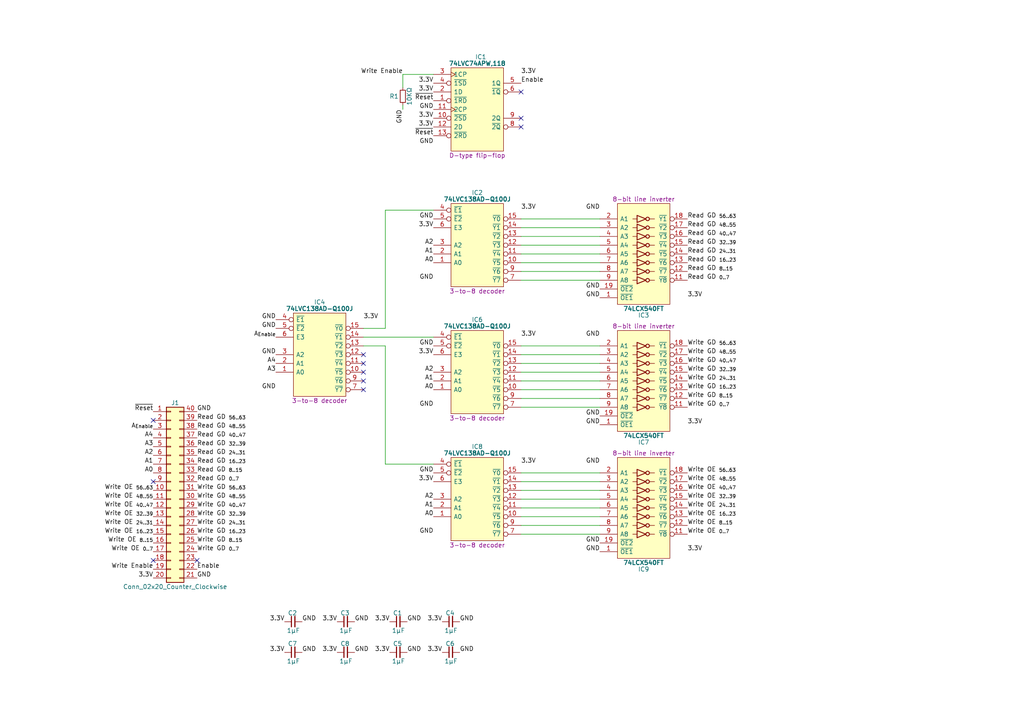
<source format=kicad_sch>
(kicad_sch (version 20231120) (generator "eeschema") (generator_version "8.0")
  (paper "A4")
  (lib_symbols
    (symbol "Connector_Generic:Conn_02x20_Counter_Clockwise" (pin_names (offset 1.016) hide)
      (property "Reference" "J" (at 1.27 25.4 0))
      (property "Value" "Conn_02x20_Counter_Clockwise" (at 1.27 -27.94 0))
      (symbol "Conn_02x20_Counter_Clockwise_1_1"
        (rectangle (start -1.27 -25.273) (end 0 -25.527) (stroke (width 0.1524)))
        (rectangle (start -1.27 -22.733) (end 0 -22.987) (stroke (width 0.1524)))
        (rectangle (start -1.27 -20.193) (end 0 -20.447) (stroke (width 0.1524)))
        (rectangle (start -1.27 -17.653) (end 0 -17.907) (stroke (width 0.1524)))
        (rectangle (start -1.27 -15.113) (end 0 -15.367) (stroke (width 0.1524)))
        (rectangle (start -1.27 -12.573) (end 0 -12.827) (stroke (width 0.1524)))
        (rectangle (start -1.27 -10.033) (end 0 -10.287) (stroke (width 0.1524)))
        (rectangle (start -1.27 -7.493) (end 0 -7.747) (stroke (width 0.1524)))
        (rectangle (start -1.27 -4.953) (end 0 -5.207) (stroke (width 0.1524)))
        (rectangle (start -1.27 -2.413) (end 0 -2.667) (stroke (width 0.1524)))
        (rectangle (start -1.27 0.127) (end 0 -0.127) (stroke (width 0.1524)))
        (rectangle (start -1.27 2.667) (end 0 2.413) (stroke (width 0.1524)))
        (rectangle (start -1.27 5.207) (end 0 4.953) (stroke (width 0.1524)))
        (rectangle (start -1.27 7.747) (end 0 7.493) (stroke (width 0.1524)))
        (rectangle (start -1.27 10.287) (end 0 10.033) (stroke (width 0.1524)))
        (rectangle (start -1.27 12.827) (end 0 12.573) (stroke (width 0.1524)))
        (rectangle (start -1.27 15.367) (end 0 15.113) (stroke (width 0.1524)))
        (rectangle (start -1.27 17.907) (end 0 17.653) (stroke (width 0.1524)))
        (rectangle (start -1.27 20.447) (end 0 20.193) (stroke (width 0.1524)))
        (rectangle (start -1.27 22.987) (end 0 22.733) (stroke (width 0.1524)))
        (rectangle (start -1.27 24.13) (end 3.81 -26.67) (stroke (width 0.254)) (fill (type background)))
        (rectangle (start 3.81 -25.273) (end 2.54 -25.527) (stroke (width 0.1524)))
        (rectangle (start 3.81 -22.733) (end 2.54 -22.987) (stroke (width 0.1524)))
        (rectangle (start 3.81 -20.193) (end 2.54 -20.447) (stroke (width 0.1524)))
        (rectangle (start 3.81 -17.653) (end 2.54 -17.907) (stroke (width 0.1524)))
        (rectangle (start 3.81 -15.113) (end 2.54 -15.367) (stroke (width 0.1524)))
        (rectangle (start 3.81 -12.573) (end 2.54 -12.827) (stroke (width 0.1524)))
        (rectangle (start 3.81 -10.033) (end 2.54 -10.287) (stroke (width 0.1524)))
        (rectangle (start 3.81 -7.493) (end 2.54 -7.747) (stroke (width 0.1524)))
        (rectangle (start 3.81 -4.953) (end 2.54 -5.207) (stroke (width 0.1524)))
        (rectangle (start 3.81 -2.413) (end 2.54 -2.667) (stroke (width 0.1524)))
        (rectangle (start 3.81 0.127) (end 2.54 -0.127) (stroke (width 0.1524)))
        (rectangle (start 3.81 2.667) (end 2.54 2.413) (stroke (width 0.1524)))
        (rectangle (start 3.81 5.207) (end 2.54 4.953) (stroke (width 0.1524)))
        (rectangle (start 3.81 7.747) (end 2.54 7.493) (stroke (width 0.1524)))
        (rectangle (start 3.81 10.287) (end 2.54 10.033) (stroke (width 0.1524)))
        (rectangle (start 3.81 12.827) (end 2.54 12.573) (stroke (width 0.1524)))
        (rectangle (start 3.81 15.367) (end 2.54 15.113) (stroke (width 0.1524)))
        (rectangle (start 3.81 17.907) (end 2.54 17.653) (stroke (width 0.1524)))
        (rectangle (start 3.81 20.447) (end 2.54 20.193) (stroke (width 0.1524)))
        (rectangle (start 3.81 22.987) (end 2.54 22.733) (stroke (width 0.1524)))
        (pin passive line (at -5.08 22.86 0) (length 3.81) (name "Pin_1") (number "1"))
        (pin passive line (at -5.08 0 0) (length 3.81) (name "Pin_10") (number "10"))
        (pin passive line (at -5.08 -2.54 0) (length 3.81) (name "Pin_11") (number "11"))
        (pin passive line (at -5.08 -5.08 0) (length 3.81) (name "Pin_12") (number "12"))
        (pin passive line (at -5.08 -7.62 0) (length 3.81) (name "Pin_13") (number "13"))
        (pin passive line (at -5.08 -10.16 0) (length 3.81) (name "Pin_14") (number "14"))
        (pin passive line (at -5.08 -12.7 0) (length 3.81) (name "Pin_15") (number "15"))
        (pin passive line (at -5.08 -15.24 0) (length 3.81) (name "Pin_16") (number "16"))
        (pin passive line (at -5.08 -17.78 0) (length 3.81) (name "Pin_17") (number "17"))
        (pin passive line (at -5.08 -20.32 0) (length 3.81) (name "Pin_18") (number "18"))
        (pin passive line (at -5.08 -22.86 0) (length 3.81) (name "Pin_19") (number "19"))
        (pin passive line (at -5.08 20.32 0) (length 3.81) (name "Pin_2") (number "2"))
        (pin passive line (at -5.08 -25.4 0) (length 3.81) (name "Pin_20") (number "20"))
        (pin passive line (at 7.62 -25.4 180) (length 3.81) (name "Pin_21") (number "21"))
        (pin passive line (at 7.62 -22.86 180) (length 3.81) (name "Pin_22") (number "22"))
        (pin passive line (at 7.62 -20.32 180) (length 3.81) (name "Pin_23") (number "23"))
        (pin passive line (at 7.62 -17.78 180) (length 3.81) (name "Pin_24") (number "24"))
        (pin passive line (at 7.62 -15.24 180) (length 3.81) (name "Pin_25") (number "25"))
        (pin passive line (at 7.62 -12.7 180) (length 3.81) (name "Pin_26") (number "26"))
        (pin passive line (at 7.62 -10.16 180) (length 3.81) (name "Pin_27") (number "27"))
        (pin passive line (at 7.62 -7.62 180) (length 3.81) (name "Pin_28") (number "28"))
        (pin passive line (at 7.62 -5.08 180) (length 3.81) (name "Pin_29") (number "29"))
        (pin passive line (at -5.08 17.78 0) (length 3.81) (name "Pin_3") (number "3"))
        (pin passive line (at 7.62 -2.54 180) (length 3.81) (name "Pin_30") (number "30"))
        (pin passive line (at 7.62 0 180) (length 3.81) (name "Pin_31") (number "31"))
        (pin passive line (at 7.62 2.54 180) (length 3.81) (name "Pin_32") (number "32"))
        (pin passive line (at 7.62 5.08 180) (length 3.81) (name "Pin_33") (number "33"))
        (pin passive line (at 7.62 7.62 180) (length 3.81) (name "Pin_34") (number "34"))
        (pin passive line (at 7.62 10.16 180) (length 3.81) (name "Pin_35") (number "35"))
        (pin passive line (at 7.62 12.7 180) (length 3.81) (name "Pin_36") (number "36"))
        (pin passive line (at 7.62 15.24 180) (length 3.81) (name "Pin_37") (number "37"))
        (pin passive line (at 7.62 17.78 180) (length 3.81) (name "Pin_38") (number "38"))
        (pin passive line (at 7.62 20.32 180) (length 3.81) (name "Pin_39") (number "39"))
        (pin passive line (at -5.08 15.24 0) (length 3.81) (name "Pin_4") (number "4"))
        (pin passive line (at 7.62 22.86 180) (length 3.81) (name "Pin_40") (number "40"))
        (pin passive line (at -5.08 12.7 0) (length 3.81) (name "Pin_5") (number "5"))
        (pin passive line (at -5.08 10.16 0) (length 3.81) (name "Pin_6") (number "6"))
        (pin passive line (at -5.08 7.62 0) (length 3.81) (name "Pin_7") (number "7"))
        (pin passive line (at -5.08 5.08 0) (length 3.81) (name "Pin_8") (number "8"))
        (pin passive line (at -5.08 2.54 0) (length 3.81) (name "Pin_9") (number "9"))
      )
    )
    (symbol "HCP65:C_0805" (pin_numbers hide) (pin_names (offset 0.254) hide)
      (property "Reference" "C" (at 2.286 2.54 0))
      (property "Value" "?μF" (at 2.54 -2.54 0))
      (symbol "C_0805_0_1"
        (polyline (pts (xy 1.9685 -1.4605) (xy 1.9685 1.5875)) (stroke (width 0.3048)))
        (polyline (pts (xy 2.9845 -1.4605) (xy 2.9845 1.5875)) (stroke (width 0.3302)))
      )
      (symbol "C_0805_1_1"
        (pin passive line (at 0 0 0) (length 2.032) (name "~") (number "1"))
        (pin passive line (at 5.08 0 180) (length 2.032) (name "~") (number "2"))
      )
    )
    (symbol "HCP65:R_0805" (pin_numbers hide) (pin_names hide)
      (property "Reference" "R" (at 2.54 1.778 0))
      (property "Value" "?Ω" (at 2.54 -1.905 0))
      (symbol "R_0805_0_1"
        (rectangle (start 0.762 0.762) (end 4.318 -0.762) (stroke (width 0.2032)))
      )
      (symbol "R_0805_1_1"
        (pin passive line (at 0 0 0) (length 0.72) (name "~") (number "1"))
        (pin passive line (at 5.08 0 180) (length 0.72) (name "~") (number "2"))
      )
    )
    (symbol "Nexperia:74LVC138AD-Q100J" (pin_names (offset 0.762))
      (property "Reference" "IC" (at 12.7 5.08 0))
      (property "Value" "74LVC138AD-Q100J" (at 12.7 3.175 0))
      (property "Description" "3-to-8 decoder" (at 12.7 -23.495 0))
      (symbol "74LVC138AD-Q100J_0_0"
        (pin input line (at 0 -15.24 0) (length 5.08) (name "A0") (number "1"))
        (pin output inverted (at 25.4 -15.24 180) (length 5.08) (name "~{Y5}") (number "10"))
        (pin output inverted (at 25.4 -12.7 180) (length 5.08) (name "~{Y4}") (number "11"))
        (pin output inverted (at 25.4 -10.16 180) (length 5.08) (name "~{Y3}") (number "12"))
        (pin output inverted (at 25.4 -7.62 180) (length 5.08) (name "~{Y2}") (number "13"))
        (pin output inverted (at 25.4 -5.08 180) (length 5.08) (name "~{Y1}") (number "14"))
        (pin output inverted (at 25.4 -2.54 180) (length 5.08) (name "~{Y0}") (number "15"))
        (pin passive line (at 25.4 0 180) (length 5.08) hide (name "3V") (number "16"))
        (pin input line (at 0 -12.7 0) (length 5.08) (name "A1") (number "2"))
        (pin input line (at 0 -10.16 0) (length 5.08) (name "A2") (number "3"))
        (pin input inverted (at 0 0 0) (length 5.08) (name "~{E1}") (number "4"))
        (pin input inverted (at 0 -2.54 0) (length 5.08) (name "~{E2}") (number "5"))
        (pin input line (at 0 -5.08 0) (length 5.08) (name "E3") (number "6"))
        (pin output inverted (at 25.4 -20.32 180) (length 5.08) (name "~{Y7}") (number "7"))
        (pin passive line (at 0 -20.32 0) (length 5.08) hide (name "GND") (number "8"))
        (pin output inverted (at 25.4 -17.78 180) (length 5.08) (name "~{Y6}") (number "9"))
      )
      (symbol "74LVC138AD-Q100J_0_1"
        (polyline (pts (xy 5.08 1.905) (xy 20.32 1.905) (xy 20.32 -22.225) (xy 5.08 -22.225) (xy 5.08 1.905)) (stroke (width 0.1524)) (fill (type background)))
      )
    )
    (symbol "Nexperia:74LVC74APW,118" (pin_names (offset 0.762))
      (property "Reference" "IC" (at 12.065 5.08 0))
      (property "Value" "74LVC74APW,118" (at 12.7 3.175 0))
      (property "Description" "D-type flip-flop" (at 12.7 -23.495 0))
      (symbol "74LVC74APW,118_0_0"
        (pin input inverted (at 0 -7.62 0) (length 5.08) (name "~{1RD}") (number "1"))
        (pin input inverted (at 0 -12.7 0) (length 5.08) (name "~{2SD}") (number "10"))
        (pin input clock (at 0 -10.16 0) (length 5.08) (name "2CP") (number "11"))
        (pin input line (at 0 -15.24 0) (length 5.08) (name "2D") (number "12"))
        (pin input inverted (at 0 -17.78 0) (length 5.08) (name "~{2RD}") (number "13"))
        (pin passive line (at 25.4 0 180) (length 5.08) hide (name "3V") (number "14"))
        (pin input line (at 0 -5.08 0) (length 5.08) (name "1D") (number "2"))
        (pin input clock (at 0 0 0) (length 5.08) (name "1CP") (number "3"))
        (pin input inverted (at 0 -2.54 0) (length 5.08) (name "~{1SD}") (number "4"))
        (pin output line (at 25.4 -2.54 180) (length 5.08) (name "1Q") (number "5"))
        (pin output inverted (at 25.4 -5.08 180) (length 5.08) (name "~{1Q}") (number "6"))
        (pin passive line (at 0 -20.32 0) (length 5.08) hide (name "GND") (number "7"))
        (pin output inverted (at 25.4 -15.24 180) (length 5.08) (name "~{2Q}") (number "8"))
        (pin output line (at 25.4 -12.7 180) (length 5.08) (name "2Q") (number "9"))
      )
      (symbol "74LVC74APW,118_0_1"
        (polyline (pts (xy 5.08 1.905) (xy 20.32 1.905) (xy 20.32 -22.225) (xy 5.08 -22.225) (xy 5.08 1.905)) (stroke (width 0.1524)) (fill (type background)))
      )
    )
    (symbol "Toshiba:74LCX540FT" (pin_names (offset 0.762))
      (property "Reference" "IC" (at 12.7 5.08 0))
      (property "Value" "74LCX540FT" (at 12.7 3.175 0))
      (property "Description" "8-bit line inverter" (at 12.7 -28.575 0))
      (symbol "74LCX540FT_0_0"
        (pin input line (at 0 0 0) (length 5.08) (name "~{OE1}") (number "1"))
        (pin passive line (at 0 -25.4 0) (length 5.08) hide (name "GND") (number "10"))
        (pin output inverted (at 25.4 -5.08 180) (length 5.08) (name "~{Y8}") (number "11"))
        (pin output inverted (at 25.4 -7.62 180) (length 5.08) (name "~{Y7}") (number "12"))
        (pin output inverted (at 25.4 -10.16 180) (length 5.08) (name "~{Y6}") (number "13"))
        (pin output inverted (at 25.4 -12.7 180) (length 5.08) (name "~{Y5}") (number "14"))
        (pin output inverted (at 25.4 -15.24 180) (length 5.08) (name "~{Y4}") (number "15"))
        (pin output inverted (at 25.4 -17.78 180) (length 5.08) (name "~{Y3}") (number "16"))
        (pin output inverted (at 25.4 -20.32 180) (length 5.08) (name "~{Y2}") (number "17"))
        (pin output inverted (at 25.4 -22.86 180) (length 5.08) (name "~{Y1}") (number "18"))
        (pin input line (at 0 -2.54 0) (length 5.08) (name "~{OE2}") (number "19"))
        (pin input line (at 0 -22.86 0) (length 5.08) (name "A1") (number "2"))
        (pin passive line (at 25.4 0 180) (length 5.08) hide (name "3V") (number "20"))
        (pin input line (at 0 -20.32 0) (length 5.08) (name "A2") (number "3"))
        (pin input line (at 0 -17.78 0) (length 5.08) (name "A3") (number "4"))
        (pin input line (at 0 -15.24 0) (length 5.08) (name "A4") (number "5"))
        (pin input line (at 0 -12.7 0) (length 5.08) (name "A5") (number "6"))
        (pin input line (at 0 -10.16 0) (length 5.08) (name "A6") (number "7"))
        (pin input line (at 0 -7.62 0) (length 5.08) (name "A7") (number "8"))
        (pin input line (at 0 -5.08 0) (length 5.08) (name "A8") (number "9"))
      )
      (symbol "74LCX540FT_0_1"
        (polyline (pts (xy 9.525 -22.86) (xy 10.7949 -22.86)))
        (polyline (pts (xy 9.525 -20.32) (xy 10.7949 -20.32)))
        (polyline (pts (xy 9.525 -17.78) (xy 10.7949 -17.78)))
        (polyline (pts (xy 9.525 -15.24) (xy 10.7949 -15.24)))
        (polyline (pts (xy 9.525 -12.7) (xy 10.7949 -12.7)))
        (polyline (pts (xy 9.525 -10.16) (xy 10.7949 -10.16)))
        (polyline (pts (xy 9.525 -7.62) (xy 10.7949 -7.62)))
        (polyline (pts (xy 9.525 -5.08) (xy 10.7949 -5.08)))
        (polyline (pts (xy 14.351 -22.86) (xy 15.875 -22.86)))
        (polyline (pts (xy 14.351 -20.32) (xy 15.875 -20.32)))
        (polyline (pts (xy 14.351 -17.78) (xy 15.875 -17.78)))
        (polyline (pts (xy 14.351 -15.24) (xy 15.875 -15.24)))
        (polyline (pts (xy 14.351 -12.7) (xy 15.875 -12.7)))
        (polyline (pts (xy 14.351 -10.16) (xy 15.875 -10.16)))
        (polyline (pts (xy 14.351 -7.62) (xy 15.875 -7.62)))
        (polyline (pts (xy 14.351 -5.08) (xy 15.875 -5.08)))
        (polyline (pts (xy 10.795 -23.876) (xy 13.335 -22.86) (xy 10.795 -21.844)) (stroke (width 0.254)))
        (polyline (pts (xy 10.795 -21.336) (xy 13.335 -20.32) (xy 10.795 -19.304)) (stroke (width 0.254)))
        (polyline (pts (xy 10.795 -18.796) (xy 13.335 -17.78) (xy 10.795 -16.764)) (stroke (width 0.254)))
        (polyline (pts (xy 10.795 -16.256) (xy 13.335 -15.24) (xy 10.795 -14.224)) (stroke (width 0.254)))
        (polyline (pts (xy 10.795 -13.716) (xy 13.335 -12.7) (xy 10.795 -11.684)) (stroke (width 0.254)))
        (polyline (pts (xy 10.795 -11.176) (xy 13.335 -10.16) (xy 10.795 -9.144)) (stroke (width 0.254)))
        (polyline (pts (xy 10.795 -8.636) (xy 13.335 -7.62) (xy 10.795 -6.604)) (stroke (width 0.254)))
        (polyline (pts (xy 10.795 -6.096) (xy 13.335 -5.08) (xy 10.795 -4.064)) (stroke (width 0.254)))
        (polyline (pts (xy 5.08 1.905) (xy 20.32 1.905) (xy 20.32 -27.305) (xy 5.08 -27.305) (xy 5.08 1.905)) (stroke (width 0.1524)) (fill (type background)))
        (rectangle (start 10.795 -21.844) (end 10.795 -23.876) (stroke (width 0.254)) (fill (type background)))
        (rectangle (start 10.795 -19.304) (end 10.795 -21.336) (stroke (width 0.254)) (fill (type background)))
        (rectangle (start 10.795 -16.764) (end 10.795 -18.796) (stroke (width 0.254)) (fill (type background)))
        (rectangle (start 10.795 -14.224) (end 10.795 -16.256) (stroke (width 0.254)) (fill (type background)))
        (rectangle (start 10.795 -11.684) (end 10.795 -13.716) (stroke (width 0.254)) (fill (type background)))
        (rectangle (start 10.795 -9.144) (end 10.795 -11.176) (stroke (width 0.254)) (fill (type background)))
        (rectangle (start 10.795 -6.604) (end 10.795 -8.636) (stroke (width 0.254)) (fill (type background)))
        (rectangle (start 10.795 -4.064) (end 10.795 -6.096) (stroke (width 0.254)) (fill (type background)))
        (circle (center 13.843 -22.86) (radius 0.508) (stroke (width 0.254)))
        (circle (center 13.843 -20.32) (radius 0.508) (stroke (width 0.254)))
        (circle (center 13.843 -17.78) (radius 0.508) (stroke (width 0.254)))
        (circle (center 13.843 -15.24) (radius 0.508) (stroke (width 0.254)))
        (circle (center 13.843 -12.7) (radius 0.508) (stroke (width 0.254)))
        (circle (center 13.843 -10.16) (radius 0.508) (stroke (width 0.254)))
        (circle (center 13.843 -7.62) (radius 0.508) (stroke (width 0.254)))
        (circle (center 13.843 -5.08) (radius 0.508) (stroke (width 0.254)))
      )
    )
  )
  (no_connect (at 151.13 26.67))
  (no_connect (at 105.41 105.41))
  (no_connect (at 105.41 107.95))
  (no_connect (at 105.41 102.87))
  (no_connect (at 44.45 139.7))
  (no_connect (at 57.15 162.56))
  (no_connect (at 151.13 34.29))
  (no_connect (at 44.45 162.56))
  (no_connect (at 105.41 113.03))
  (no_connect (at 151.13 36.83))
  (no_connect (at 44.45 121.92))
  (no_connect (at 105.41 110.49))
  (wire (pts (xy 151.13 68.58) (xy 173.99 68.58)))
  (wire (pts (xy 111.76 60.96) (xy 111.76 95.25)))
  (wire (pts (xy 151.13 81.28) (xy 173.99 81.28)))
  (wire (pts (xy 151.13 147.32) (xy 173.99 147.32)))
  (wire (pts (xy 151.13 105.41) (xy 173.99 105.41)))
  (wire (pts (xy 151.13 139.7) (xy 173.99 139.7)))
  (wire (pts (xy 151.13 115.57) (xy 173.99 115.57)))
  (wire (pts (xy 105.41 97.79) (xy 125.73 97.79)))
  (wire (pts (xy 151.13 66.04) (xy 173.99 66.04)))
  (wire (pts (xy 116.84 21.59) (xy 125.73 21.59)))
  (wire (pts (xy 151.13 137.16) (xy 173.99 137.16)))
  (wire (pts (xy 116.84 31.75) (xy 116.84 30.48)))
  (wire (pts (xy 151.13 149.86) (xy 173.99 149.86)))
  (wire (pts (xy 125.73 60.96) (xy 111.76 60.96)))
  (wire (pts (xy 125.73 134.62) (xy 111.76 134.62)))
  (wire (pts (xy 151.13 118.11) (xy 173.99 118.11)))
  (wire (pts (xy 151.13 144.78) (xy 173.99 144.78)))
  (wire (pts (xy 151.13 100.33) (xy 173.99 100.33)))
  (wire (pts (xy 151.13 76.2) (xy 173.99 76.2)))
  (wire (pts (xy 151.13 107.95) (xy 173.99 107.95)))
  (wire (pts (xy 111.76 134.62) (xy 111.76 100.33)))
  (wire (pts (xy 151.13 142.24) (xy 173.99 142.24)))
  (wire (pts (xy 151.13 78.74) (xy 173.99 78.74)))
  (wire (pts (xy 151.13 71.12) (xy 173.99 71.12)))
  (wire (pts (xy 151.13 102.87) (xy 173.99 102.87)))
  (wire (pts (xy 151.13 73.66) (xy 173.99 73.66)))
  (wire (pts (xy 151.13 63.5) (xy 173.99 63.5)))
  (wire (pts (xy 111.76 100.33) (xy 105.41 100.33)))
  (wire (pts (xy 111.76 95.25) (xy 105.41 95.25)))
  (wire (pts (xy 151.13 152.4) (xy 173.99 152.4)))
  (wire (pts (xy 151.13 110.49) (xy 173.99 110.49)))
  (wire (pts (xy 151.13 113.03) (xy 173.99 113.03)))
  (wire (pts (xy 151.13 154.94) (xy 173.99 154.94)))
  (wire (pts (xy 116.84 21.59) (xy 116.84 25.4)))
  (label "Write GD _{16..23}" (at 57.15 154.94 0))
  (label "3.3V" (at 151.13 60.96 0))
  (label "3.3V" (at 125.73 26.67 180))
  (label "Write OE _{0..7}" (at 199.39 154.94 0))
  (label "GND" (at 102.87 180.34 0))
  (label "GND" (at 133.35 180.34 0))
  (label "GND" (at 116.84 31.75 270))
  (label "Read GD _{16..23}" (at 57.15 134.62 0))
  (label "GND" (at 118.11 180.34 0))
  (label "3.3V" (at 97.79 189.23 180))
  (label "Write GD _{0..7}" (at 57.15 160.02 0))
  (label "3.3V" (at 125.73 24.13 180))
  (label "Write OE _{0..7}" (at 44.45 160.02 180))
  (label "A1" (at 125.73 147.32 180))
  (label "~{Reset}" (at 125.73 29.21 180))
  (label "Write OE _{32..39}" (at 199.39 144.78 0))
  (label "GND" (at 80.01 102.87 180))
  (label "3.3V" (at 199.39 160.02 0))
  (label "3.3V" (at 105.41 92.71 0))
  (label "3.3V" (at 151.13 21.59 0))
  (label "Write OE _{56..63}" (at 44.45 142.24 180))
  (label "GND" (at 173.99 120.65 180))
  (label "3.3V" (at 44.45 167.64 180))
  (label "Write Enable" (at 44.45 165.1 180))
  (label "A1" (at 125.73 110.49 180))
  (label "Write GD _{16..23}" (at 199.39 113.03 0))
  (label "Read GD _{24..31}" (at 57.15 132.08 0))
  (label "3.3V" (at 199.39 86.36 0))
  (label "GND" (at 125.73 63.5 180))
  (label "A1" (at 125.73 73.66 180))
  (label "~{Reset}" (at 125.73 39.37 180))
  (label "GND" (at 173.99 83.82 180))
  (label "Read GD _{40..47}" (at 199.39 68.58 0))
  (label "GND" (at 57.15 167.64 0))
  (label "3.3V" (at 128.27 180.34 180))
  (label "3.3V" (at 125.73 102.87 180))
  (label "3.3V" (at 113.03 180.34 180))
  (label "3.3V" (at 128.27 189.23 180))
  (label "Write OE _{48..55}" (at 44.45 144.78 180))
  (label "Enable" (at 151.13 24.13 0))
  (label "Write GD _{40..47}" (at 57.15 147.32 0))
  (label "GND" (at 125.73 100.33 180))
  (label "GND" (at 102.87 189.23 0))
  (label "GND" (at 125.73 137.16 180))
  (label "Write GD _{32..39}" (at 57.15 149.86 0))
  (label "Write OE _{32..39}" (at 44.45 149.86 180))
  (label "Write OE _{16..23}" (at 44.45 154.94 180))
  (label "Read GD _{24..31}" (at 199.39 73.66 0))
  (label "GND" (at 173.99 160.02 180))
  (label "Enable" (at 57.15 165.1 0))
  (label "Read GD _{32..39}" (at 57.15 129.54 0))
  (label "Write GD _{24..31}" (at 57.15 152.4 0))
  (label "GND" (at 80.01 113.03 180))
  (label "GND" (at 133.35 189.23 0))
  (label "Write GD _{40..47}" (at 199.39 105.41 0))
  (label "Write GD _{56..63}" (at 57.15 142.24 0))
  (label "Write GD _{24..31}" (at 199.39 110.49 0))
  (label "A_{Enable}" (at 44.45 124.46 180))
  (label "Read GD _{16..23}" (at 199.39 76.2 0))
  (label "Write GD _{0..7}" (at 199.39 118.11 0))
  (label "Read GD _{56..63}" (at 57.15 121.92 0))
  (label "3.3V" (at 82.55 180.34 180))
  (label "GND" (at 173.99 123.19 180))
  (label "Write Enable" (at 116.84 21.59 180))
  (label "~{Reset}" (at 44.45 119.38 180))
  (label "Write GD _{56..63}" (at 199.39 100.33 0))
  (label "A0" (at 125.73 76.2 180))
  (label "GND" (at 173.99 60.96 180))
  (label "Write GD _{48..55}" (at 57.15 144.78 0))
  (label "3.3V" (at 113.03 189.23 180))
  (label "Write GD _{32..39}" (at 199.39 107.95 0))
  (label "GND" (at 87.63 180.34 0))
  (label "Read GD _{56..63}" (at 199.39 63.5 0))
  (label "A4" (at 44.45 127 180))
  (label "A4" (at 80.01 105.41 180))
  (label "Write OE _{8..15}" (at 44.45 157.48 180))
  (label "Read GD _{8..15}" (at 199.39 78.74 0))
  (label "3.3V" (at 125.73 34.29 180))
  (label "3.3V" (at 125.73 36.83 180))
  (label "Write OE _{8..15}" (at 199.39 152.4 0))
  (label "GND" (at 125.73 41.91 180))
  (label "A3" (at 80.01 107.95 180))
  (label "3.3V" (at 199.39 123.19 0))
  (label "Read GD _{0..7}" (at 57.15 139.7 0))
  (label "Write OE _{16..23}" (at 199.39 149.86 0))
  (label "Write GD _{48..55}" (at 199.39 102.87 0))
  (label "Read GD _{48..55}" (at 199.39 66.04 0))
  (label "GND" (at 173.99 86.36 180))
  (label "A1" (at 44.45 134.62 180))
  (label "GND" (at 125.73 31.75 180))
  (label "Write OE _{40..47}" (at 199.39 142.24 0))
  (label "GND" (at 173.99 134.62 180))
  (label "Write OE _{56..63}" (at 199.39 137.16 0))
  (label "Read GD _{8..15}" (at 57.15 137.16 0))
  (label "A0" (at 125.73 149.86 180))
  (label "A0" (at 125.73 113.03 180))
  (label "3.3V" (at 97.79 180.34 180))
  (label "Read GD _{40..47}" (at 57.15 127 0))
  (label "3.3V" (at 82.55 189.23 180))
  (label "A3" (at 44.45 129.54 180))
  (label "Write OE _{40..47}" (at 44.45 147.32 180))
  (label "GND" (at 80.01 92.71 180))
  (label "GND" (at 87.63 189.23 0))
  (label "3.3V" (at 125.73 66.04 180))
  (label "A0" (at 44.45 137.16 180))
  (label "GND" (at 118.11 189.23 0))
  (label "A2" (at 125.73 107.95 180))
  (label "A2" (at 125.73 71.12 180))
  (label "GND" (at 125.73 81.28 180))
  (label "Write OE _{24..31}" (at 199.39 147.32 0))
  (label "Read GD _{48..55}" (at 57.15 124.46 0))
  (label "A2" (at 125.73 144.78 180))
  (label "GND" (at 80.01 95.25 180))
  (label "3.3V" (at 151.13 97.79 0))
  (label "A2" (at 44.45 132.08 180))
  (label "Write OE _{48..55}" (at 199.39 139.7 0))
  (label "Read GD _{0..7}" (at 199.39 81.28 0))
  (label "Read GD _{32..39}" (at 199.39 71.12 0))
  (label "GND" (at 57.15 119.38 0))
  (label "GND" (at 125.73 118.11 180))
  (label "3.3V" (at 125.73 139.7 180))
  (label "GND" (at 173.99 157.48 180))
  (label "GND" (at 125.73 154.94 180))
  (label "Write GD _{8..15}" (at 57.15 157.48 0))
  (label "A_{Enable}" (at 80.01 97.79 180))
  (label "GND" (at 173.99 97.79 180))
  (label "Write GD _{8..15}" (at 199.39 115.57 0))
  (label "3.3V" (at 151.13 134.62 0))
  (label "Write OE _{24..31}" (at 44.45 152.4 180))
  (symbol (lib_id "Nexperia:74LVC138AD-Q100J") (at 125.73 134.62 0) (unit 1)
    (property "Reference" "IC8" (at 138.43 129.54 0))
    (property "Value" "74LVC138AD-Q100J" (at 138.43 131.445 0) (effects (font (bold yes))))
    (property "Footprint" "SamacSys_Parts:SOIC127P600X175-16N" (effects (hide yes)))
    (property "Datasheet" "https://assets.nexperia.com/documents/data-sheet/74LVC138A_Q100.pdf" (effects (hide yes)))
    (property "Description" "3-to-8 decoder" (at 138.43 158.115 0))
    (property "Height" "1.75" (effects (hide yes)))
    (property "Mouser Part Number" "771-74LVC138ADQ100J" (effects (hide yes)))
    (property "Mouser Price/Stock" "https://www.mouser.co.uk/ProductDetail/Nexperia/74LVC138AD-Q100J?qs=fi7yB2oewZlqIVf8HNGjZw%3D%3D" (effects (hide yes)))
    (property "Manufacturer_Name" "Nexperia" (effects (hide yes)))
    (property "Manufacturer_Part_Number" "74LVC138AD-Q100J" (effects (hide yes)))
    (property "Silkscreen" "74LVC138A" (effects (hide yes)))
    (property "Garbage" "74LVC138A-Q100 - 3-to-8 line decoder/demultiplexer; inverting@en-us" (effects (hide yes)))
  )
  (symbol (lib_id "Nexperia:74LVC74APW,118") (at 125.73 21.59 0) (unit 1)
    (property "Reference" "IC1" (at 137.795 16.51 0) (effects (justify left)))
    (property "Value" "74LVC74APW,118" (at 138.43 18.415 0) (effects (font (bold yes))))
    (property "Footprint" "SamacSys_Parts:SOP65P640X110-14N" (effects (hide yes)))
    (property "Datasheet" "https://assets.nexperia.com/documents/data-sheet/74LVC74A.pdf" (effects (hide yes)))
    (property "Description" "D-type flip-flop" (at 138.43 45.085 0))
    (property "Height" "1.1" (effects (hide yes)))
    (property "Mouser Part Number" "771-74LVC74APW-T" (effects (hide yes)))
    (property "Mouser Price/Stock" "https://www.mouser.co.uk/ProductDetail/Nexperia/74LVC74APW118?qs=me8TqzrmIYVtXwVfet0lzw%3D%3D" (effects (hide yes)))
    (property "Manufacturer_Name" "Nexperia" (effects (hide yes)))
    (property "Manufacturer_Part_Number" "74LVC74APW,118" (effects (hide yes)))
    (property "Silkscreen" "74LVC74" (effects (hide yes)))
    (property "Garbage" "74LVC74A - Dual D-type flip-flop with set and reset; positive-edge trigger@en-us" (effects (hide yes)))
  )
  (symbol (lib_id "Toshiba:74LCX540FT") (at 173.99 123.19 0) (mirror x) (unit 1)
    (property "Reference" "IC7" (at 186.69 128.27 0))
    (property "Value" "74LCX540FT" (at 186.69 126.365 0) (effects (font (bold yes))))
    (property "Footprint" "SamacSys_Parts:SOP65P640X120-20N" (effects (hide yes)))
    (property "Datasheet" "https://www.mouser.co.za/datasheet/2/408/74LCX540FT_datasheet_en_20140624-2936694.pdf" (effects (hide yes)))
    (property "Description" "8-bit line inverter" (at 186.69 94.615 0))
    (property "Height" "1.2" (effects (hide yes)))
    (property "Manufacturer_Name" "Toshiba" (effects (hide yes)))
    (property "Manufacturer_Part_Number" "74LCX540FT" (effects (hide yes)))
    (property "Mouser Part Number" "757-74LCX540FT" (effects (hide yes)))
    (property "Mouser Price/Stock" "https://www.mouser.co.uk/ProductDetail/Toshiba/74LCX540FT?qs=j%252B1pi9TdxUZ5WRQP9dEtMg%3D%3D" (effects (hide yes)))
    (property "Arrow Part Number" "74LCX540FT" (effects (hide yes)))
    (property "Arrow Price/Stock" "https://www.arrow.com/en/products/74lcx540ft/toshiba" (effects (hide yes)))
    (property "Silkscreen" "74LCX540" (effects (hide yes)))
    (property "Garbage" "Buffers & Line Drivers LCX TSSOP 20 CMOS LOGIC" (effects (hide yes)))
  )
  (symbol (lib_id "HCP65:C_0805") (at 128.27 180.34 0) (unit 1)
    (property "Reference" "C4" (at 130.556 177.8 0))
    (property "Value" "1μF" (at 130.81 182.88 0))
    (property "Footprint" "SamacSys_Parts:C_0805" (effects (hide yes)))
  )
  (symbol (lib_id "Nexperia:74LVC138AD-Q100J") (at 125.73 97.79 0) (unit 1)
    (property "Reference" "IC6" (at 138.43 92.71 0))
    (property "Value" "74LVC138AD-Q100J" (at 138.43 94.615 0) (effects (font (bold yes))))
    (property "Footprint" "SamacSys_Parts:SOIC127P600X175-16N" (effects (hide yes)))
    (property "Datasheet" "https://assets.nexperia.com/documents/data-sheet/74LVC138A_Q100.pdf" (effects (hide yes)))
    (property "Description" "3-to-8 decoder" (at 138.43 121.285 0))
    (property "Height" "1.75" (effects (hide yes)))
    (property "Mouser Part Number" "771-74LVC138ADQ100J" (effects (hide yes)))
    (property "Mouser Price/Stock" "https://www.mouser.co.uk/ProductDetail/Nexperia/74LVC138AD-Q100J?qs=fi7yB2oewZlqIVf8HNGjZw%3D%3D" (effects (hide yes)))
    (property "Manufacturer_Name" "Nexperia" (effects (hide yes)))
    (property "Manufacturer_Part_Number" "74LVC138AD-Q100J" (effects (hide yes)))
    (property "Silkscreen" "74LVC138A" (effects (hide yes)))
    (property "Garbage" "74LVC138A-Q100 - 3-to-8 line decoder/demultiplexer; inverting@en-us" (effects (hide yes)))
  )
  (symbol (lib_id "HCP65:C_0805") (at 113.03 189.23 0) (unit 1)
    (property "Reference" "C5" (at 115.316 186.69 0))
    (property "Value" "1μF" (at 115.57 191.77 0))
    (property "Footprint" "SamacSys_Parts:C_0805" (effects (hide yes)))
  )
  (symbol (lib_id "HCP65:C_0805") (at 97.79 180.34 0) (unit 1)
    (property "Reference" "C3" (at 100.076 177.8 0))
    (property "Value" "1μF" (at 100.33 182.88 0))
    (property "Footprint" "SamacSys_Parts:C_0805" (effects (hide yes)))
  )
  (symbol (lib_id "HCP65:C_0805") (at 128.27 189.23 0) (unit 1)
    (property "Reference" "C6" (at 130.556 186.69 0))
    (property "Value" "1μF" (at 130.81 191.77 0))
    (property "Footprint" "SamacSys_Parts:C_0805" (effects (hide yes)))
  )
  (symbol (lib_id "HCP65:R_0805") (at 116.84 30.48 90) (unit 1)
    (property "Reference" "R1" (at 114.3 27.94 90))
    (property "Value" "10KΩ" (at 118.745 27.94 0))
    (property "Footprint" "SamacSys_Parts:R_0805" (effects (hide yes)))
  )
  (symbol (lib_id "HCP65:C_0805") (at 82.55 180.34 0) (unit 1)
    (property "Reference" "C2" (at 84.836 177.8 0))
    (property "Value" "1μF" (at 85.09 182.88 0))
    (property "Footprint" "SamacSys_Parts:C_0805" (effects (hide yes)))
  )
  (symbol (lib_id "Nexperia:74LVC138AD-Q100J") (at 80.01 92.71 0) (unit 1)
    (property "Reference" "IC4" (at 92.71 87.63 0))
    (property "Value" "74LVC138AD-Q100J" (at 92.71 89.535 0) (effects (font (bold yes))))
    (property "Footprint" "SamacSys_Parts:SOIC127P600X175-16N" (effects (hide yes)))
    (property "Datasheet" "https://assets.nexperia.com/documents/data-sheet/74LVC138A_Q100.pdf" (effects (hide yes)))
    (property "Description" "3-to-8 decoder" (at 92.71 116.205 0))
    (property "Height" "1.75" (effects (hide yes)))
    (property "Mouser Part Number" "771-74LVC138ADQ100J" (effects (hide yes)))
    (property "Mouser Price/Stock" "https://www.mouser.co.uk/ProductDetail/Nexperia/74LVC138AD-Q100J?qs=fi7yB2oewZlqIVf8HNGjZw%3D%3D" (effects (hide yes)))
    (property "Manufacturer_Name" "Nexperia" (effects (hide yes)))
    (property "Manufacturer_Part_Number" "74LVC138AD-Q100J" (effects (hide yes)))
    (property "Silkscreen" "74LVC138A" (effects (hide yes)))
    (property "Garbage" "74LVC138A-Q100 - 3-to-8 line decoder/demultiplexer; inverting@en-us" (effects (hide yes)))
  )
  (symbol (lib_id "Toshiba:74LCX540FT") (at 173.99 160.02 0) (mirror x) (unit 1)
    (property "Reference" "IC9" (at 186.69 165.1 0))
    (property "Value" "74LCX540FT" (at 186.69 163.195 0) (effects (font (bold yes))))
    (property "Footprint" "SamacSys_Parts:SOP65P640X120-20N" (effects (hide yes)))
    (property "Datasheet" "https://www.mouser.co.za/datasheet/2/408/74LCX540FT_datasheet_en_20140624-2936694.pdf" (effects (hide yes)))
    (property "Description" "8-bit line inverter" (at 186.69 131.445 0))
    (property "Height" "1.2" (effects (hide yes)))
    (property "Manufacturer_Name" "Toshiba" (effects (hide yes)))
    (property "Manufacturer_Part_Number" "74LCX540FT" (effects (hide yes)))
    (property "Mouser Part Number" "757-74LCX540FT" (effects (hide yes)))
    (property "Mouser Price/Stock" "https://www.mouser.co.uk/ProductDetail/Toshiba/74LCX540FT?qs=j%252B1pi9TdxUZ5WRQP9dEtMg%3D%3D" (effects (hide yes)))
    (property "Arrow Part Number" "74LCX540FT" (effects (hide yes)))
    (property "Arrow Price/Stock" "https://www.arrow.com/en/products/74lcx540ft/toshiba" (effects (hide yes)))
    (property "Silkscreen" "74LCX540" (effects (hide yes)))
    (property "Garbage" "Buffers & Line Drivers LCX TSSOP 20 CMOS LOGIC" (effects (hide yes)))
  )
  (symbol (lib_id "Connector_Generic:Conn_02x20_Counter_Clockwise") (at 49.53 142.24 0) (unit 1)
    (property "Reference" "J1" (at 50.8 116.84 0))
    (property "Value" "Conn_02x20_Counter_Clockwise" (at 50.8 170.18 0))
    (property "Footprint" "SamacSys_Parts:DIP-40_Board_W22.86mm" (effects (hide yes)))
    (property "Description" "Generic connector, double row, 02x20, counter clockwise pin numbering scheme (similar to DIP package numbering), script generated (kicad-library-utils/schlib/autogen/connector/)" (effects (hide yes)))
  )
  (symbol (lib_id "HCP65:C_0805") (at 113.03 180.34 0) (unit 1)
    (property "Reference" "C1" (at 115.316 177.8 0))
    (property "Value" "1μF" (at 115.57 182.88 0))
    (property "Footprint" "SamacSys_Parts:C_0805" (effects (hide yes)))
  )
  (symbol (lib_id "HCP65:C_0805") (at 97.79 189.23 0) (unit 1)
    (property "Reference" "C8" (at 100.076 186.69 0))
    (property "Value" "1μF" (at 100.33 191.77 0))
    (property "Footprint" "SamacSys_Parts:C_0805" (effects (hide yes)))
  )
  (symbol (lib_id "HCP65:C_0805") (at 82.55 189.23 0) (unit 1)
    (property "Reference" "C7" (at 84.836 186.69 0))
    (property "Value" "1μF" (at 85.09 191.77 0))
    (property "Footprint" "SamacSys_Parts:C_0805" (effects (hide yes)))
  )
  (symbol (lib_id "Nexperia:74LVC138AD-Q100J") (at 125.73 60.96 0) (unit 1)
    (property "Reference" "IC2" (at 138.43 55.88 0))
    (property "Value" "74LVC138AD-Q100J" (at 138.43 57.785 0) (effects (font (bold yes))))
    (property "Footprint" "SamacSys_Parts:SOIC127P600X175-16N" (effects (hide yes)))
    (property "Datasheet" "https://assets.nexperia.com/documents/data-sheet/74LVC138A_Q100.pdf" (effects (hide yes)))
    (property "Description" "3-to-8 decoder" (at 138.43 84.455 0))
    (property "Height" "1.75" (effects (hide yes)))
    (property "Mouser Part Number" "771-74LVC138ADQ100J" (effects (hide yes)))
    (property "Mouser Price/Stock" "https://www.mouser.co.uk/ProductDetail/Nexperia/74LVC138AD-Q100J?qs=fi7yB2oewZlqIVf8HNGjZw%3D%3D" (effects (hide yes)))
    (property "Manufacturer_Name" "Nexperia" (effects (hide yes)))
    (property "Manufacturer_Part_Number" "74LVC138AD-Q100J" (effects (hide yes)))
    (property "Silkscreen" "74LVC138A" (effects (hide yes)))
    (property "Garbage" "74LVC138A-Q100 - 3-to-8 line decoder/demultiplexer; inverting@en-us" (effects (hide yes)))
  )
  (symbol (lib_id "Toshiba:74LCX540FT") (at 173.99 86.36 0) (mirror x) (unit 1)
    (property "Reference" "IC3" (at 186.69 91.44 0))
    (property "Value" "74LCX540FT" (at 186.69 89.535 0) (effects (font (bold yes))))
    (property "Footprint" "SamacSys_Parts:SOP65P640X120-20N" (effects (hide yes)))
    (property "Datasheet" "https://www.mouser.co.za/datasheet/2/408/74LCX540FT_datasheet_en_20140624-2936694.pdf" (effects (hide yes)))
    (property "Description" "8-bit line inverter" (at 186.69 57.785 0))
    (property "Height" "1.2" (effects (hide yes)))
    (property "Manufacturer_Name" "Toshiba" (effects (hide yes)))
    (property "Manufacturer_Part_Number" "74LCX540FT" (effects (hide yes)))
    (property "Mouser Part Number" "757-74LCX540FT" (effects (hide yes)))
    (property "Mouser Price/Stock" "https://www.mouser.co.uk/ProductDetail/Toshiba/74LCX540FT?qs=j%252B1pi9TdxUZ5WRQP9dEtMg%3D%3D" (effects (hide yes)))
    (property "Arrow Part Number" "74LCX540FT" (effects (hide yes)))
    (property "Arrow Price/Stock" "https://www.arrow.com/en/products/74lcx540ft/toshiba" (effects (hide yes)))
    (property "Silkscreen" "74LCX540" (effects (hide yes)))
    (property "Garbage" "Buffers & Line Drivers LCX TSSOP 20 CMOS LOGIC" (effects (hide yes)))
  )
)
</source>
